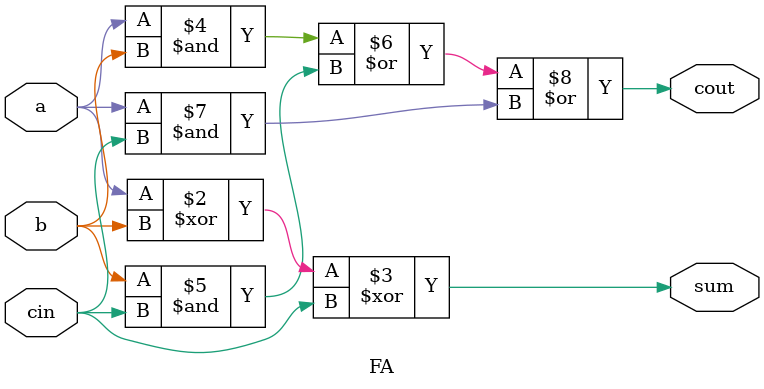
<source format=sv>
module FA (
    input logic a,        
    input logic b,        
    input logic cin,      
    output logic sum,    
    output logic cout    
);
    always_comb begin
        sum = a ^ b ^ cin;        
        cout = (a & b) | (b & cin) | (a & cin); 
    end
endmodule

</source>
